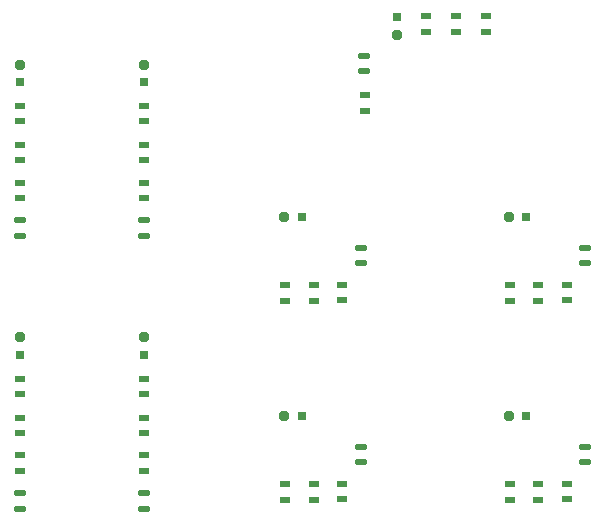
<source format=gtp>
G04*
G04 #@! TF.GenerationSoftware,Altium Limited,Altium Designer,20.1.8 (145)*
G04*
G04 Layer_Color=8421504*
%FSLAX25Y25*%
%MOIN*%
G70*
G04*
G04 #@! TF.SameCoordinates,97AE0E28-4285-446D-9869-D3FBB0DEE563*
G04*
G04*
G04 #@! TF.FilePolarity,Positive*
G04*
G01*
G75*
%ADD10R,0.03740X0.01968*%
%ADD11R,0.03150X0.03150*%
G04:AMPARAMS|DCode=12|XSize=31.5mil|YSize=31.5mil|CornerRadius=7.87mil|HoleSize=0mil|Usage=FLASHONLY|Rotation=270.000|XOffset=0mil|YOffset=0mil|HoleType=Round|Shape=RoundedRectangle|*
%AMROUNDEDRECTD12*
21,1,0.03150,0.01575,0,0,270.0*
21,1,0.01575,0.03150,0,0,270.0*
1,1,0.01575,-0.00787,-0.00787*
1,1,0.01575,-0.00787,0.00787*
1,1,0.01575,0.00787,0.00787*
1,1,0.01575,0.00787,-0.00787*
%
%ADD12ROUNDEDRECTD12*%
G04:AMPARAMS|DCode=13|XSize=19.68mil|YSize=37.4mil|CornerRadius=4.92mil|HoleSize=0mil|Usage=FLASHONLY|Rotation=270.000|XOffset=0mil|YOffset=0mil|HoleType=Round|Shape=RoundedRectangle|*
%AMROUNDEDRECTD13*
21,1,0.01968,0.02756,0,0,270.0*
21,1,0.00984,0.03740,0,0,270.0*
1,1,0.00984,-0.01378,-0.00492*
1,1,0.00984,-0.01378,0.00492*
1,1,0.00984,0.01378,0.00492*
1,1,0.00984,0.01378,-0.00492*
%
%ADD13ROUNDEDRECTD13*%
G04:AMPARAMS|DCode=16|XSize=31.5mil|YSize=31.5mil|CornerRadius=7.87mil|HoleSize=0mil|Usage=FLASHONLY|Rotation=0.000|XOffset=0mil|YOffset=0mil|HoleType=Round|Shape=RoundedRectangle|*
%AMROUNDEDRECTD16*
21,1,0.03150,0.01575,0,0,0.0*
21,1,0.01575,0.03150,0,0,0.0*
1,1,0.01575,0.00787,-0.00787*
1,1,0.01575,-0.00787,-0.00787*
1,1,0.01575,-0.00787,0.00787*
1,1,0.01575,0.00787,0.00787*
%
%ADD16ROUNDEDRECTD16*%
%ADD17R,0.03150X0.03150*%
D10*
X45221Y58106D02*
D03*
Y52988D02*
D03*
Y71099D02*
D03*
Y65980D02*
D03*
Y45508D02*
D03*
Y40390D02*
D03*
X86559Y58106D02*
D03*
Y52988D02*
D03*
Y71099D02*
D03*
Y65980D02*
D03*
Y45508D02*
D03*
Y40390D02*
D03*
X45221Y149051D02*
D03*
Y143933D02*
D03*
Y162043D02*
D03*
Y156925D02*
D03*
Y136453D02*
D03*
Y131335D02*
D03*
X86559Y149051D02*
D03*
Y143933D02*
D03*
Y162043D02*
D03*
Y156925D02*
D03*
Y136453D02*
D03*
Y131335D02*
D03*
X190617Y186811D02*
D03*
Y191929D02*
D03*
X200591Y186811D02*
D03*
Y191929D02*
D03*
X180643D02*
D03*
Y186811D02*
D03*
X160039Y165551D02*
D03*
Y160433D02*
D03*
X152528Y30929D02*
D03*
Y36047D02*
D03*
X133630Y35941D02*
D03*
Y30823D02*
D03*
X143079Y30823D02*
D03*
Y35941D02*
D03*
X227331Y30929D02*
D03*
Y36047D02*
D03*
X208433Y35941D02*
D03*
Y30823D02*
D03*
X217882Y30823D02*
D03*
Y35941D02*
D03*
X152528Y97268D02*
D03*
Y102386D02*
D03*
X133630Y102279D02*
D03*
Y97161D02*
D03*
X143079Y97161D02*
D03*
Y102279D02*
D03*
X227331Y97268D02*
D03*
Y102386D02*
D03*
X208433Y102279D02*
D03*
Y97161D02*
D03*
X217882Y97161D02*
D03*
Y102279D02*
D03*
D11*
X45221Y78973D02*
D03*
X86559D02*
D03*
X45221Y169917D02*
D03*
X86559D02*
D03*
X170669Y191535D02*
D03*
D12*
X45221Y84878D02*
D03*
X86559D02*
D03*
X45221Y175823D02*
D03*
X86559D02*
D03*
X170669Y185630D02*
D03*
D13*
X45221Y27791D02*
D03*
Y32910D02*
D03*
X86559Y27791D02*
D03*
Y32910D02*
D03*
X45221Y118736D02*
D03*
Y123854D02*
D03*
X86559Y118736D02*
D03*
Y123854D02*
D03*
X159859Y173622D02*
D03*
Y178740D02*
D03*
X158827Y48466D02*
D03*
Y43347D02*
D03*
X233630Y48466D02*
D03*
Y43347D02*
D03*
X158827Y114804D02*
D03*
Y109686D02*
D03*
X233630Y114804D02*
D03*
Y109686D02*
D03*
D16*
X133236Y58579D02*
D03*
X208039D02*
D03*
X133236Y124917D02*
D03*
X208039D02*
D03*
D17*
X139142Y58579D02*
D03*
X213945D02*
D03*
X139142Y124917D02*
D03*
X213945D02*
D03*
M02*

</source>
